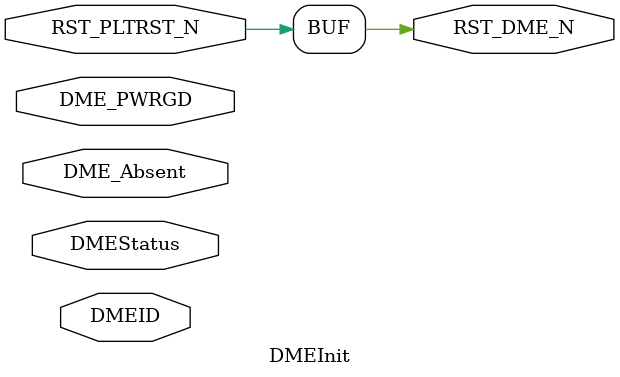
<source format=v>


//------------------------------------------------------------------------------
// Module declaration
//------------------------------------------------------------------------------
module  DMEInit (
    RST_PLTRST_N,       // In,
    DME_PWRGD,          // In,
    DME_Absent,         // In, high: DME absent, Low: DME exist
    DMEID,              // In,
    DMEStatus,          // In,

    RST_DME_N   // Out,
 );

//------------------------------------------------------------------------------
// Parameter declaration
//------------------------------------------------------------------------------
//--------------------------------------------------------------------------
// User defined parameter
//--------------------------------------------------------------------------
// None

//--------------------------------------------------------------------------
// Standard parameter
//--------------------------------------------------------------------------
// None

//--------------------------------------------------------------------------
// Local parameter
//--------------------------------------------------------------------------
// time delay, flip-flop output assignment delay for simulation waveform trace
localparam TD = 1;

//------------------------------------------------------------------------------
// Variable declaration
//------------------------------------------------------------------------------
// None

//------------------------------------------------------------------------------
// Input/Output declaration
//------------------------------------------------------------------------------
//--------------------------------------------------------------------------
// Input declaration
//--------------------------------------------------------------------------
input           RST_PLTRST_N;
input           DME_PWRGD;
input           DME_Absent;
input   [3:0]   DMEID;
input   [5:0]   DMEStatus;

//--------------------------------------------------------------------------
// Output declaration
//--------------------------------------------------------------------------
output          RST_DME_N;

//------------------------------------------------------------------------------
// Signal declaration
//------------------------------------------------------------------------------
//--------------------------------------------------------------------------
// Wire declaration
//--------------------------------------------------------------------------
//----------------------------------------------------------------------
// Combinational, module connection
//----------------------------------------------------------------------
// None

//--------------------------------------------------------------------------
// Reg declaration
//--------------------------------------------------------------------------
//----------------------------------------------------------------------
// Combinational
//----------------------------------------------------------------------
//------------------------------------------------------------------
// Output
//------------------------------------------------------------------
// None

//------------------------------------------------------------------
// Internal signal
//------------------------------------------------------------------
// None

//------------------------------------------------------------------
// FSM
//------------------------------------------------------------------
// None

//----------------------------------------------------------------------
// Sequential
//----------------------------------------------------------------------
//------------------------------------------------------------------
// Output
//------------------------------------------------------------------
// None

//------------------------------------------------------------------
// Internal signal
//------------------------------------------------------------------
// None

//------------------------------------------------------------------
// FSM
//------------------------------------------------------------------
// None

//------------------------------------------------------------------------------
// Task/Function description and included task/function description
//------------------------------------------------------------------------------
// None

//------------------------------------------------------------------------------
// Main code
//------------------------------------------------------------------------------
//--------------------------------------------------------------------------
// Combinational circuit
//--------------------------------------------------------------------------
//----------------------------------------------------------------------
// Output
//----------------------------------------------------------------------
assign RST_DME_N = RST_PLTRST_N;

//----------------------------------------------------------------------
// Internal signal
//----------------------------------------------------------------------
// None

//----------------------------------------------------------------------
// FSM
//----------------------------------------------------------------------
// None

//--------------------------------------------------------------------------
// Sequential circuit
//--------------------------------------------------------------------------
//----------------------------------------------------------------------
// Output
//----------------------------------------------------------------------
// None

//----------------------------------------------------------------------
// Internal signal
//----------------------------------------------------------------------
// None

//----------------------------------------------------------------------
// FSM
//----------------------------------------------------------------------
// None

//--------------------------------------------------------------------------
// Module instantiation
//--------------------------------------------------------------------------
// None

endmodule //  DMEInit

</source>
